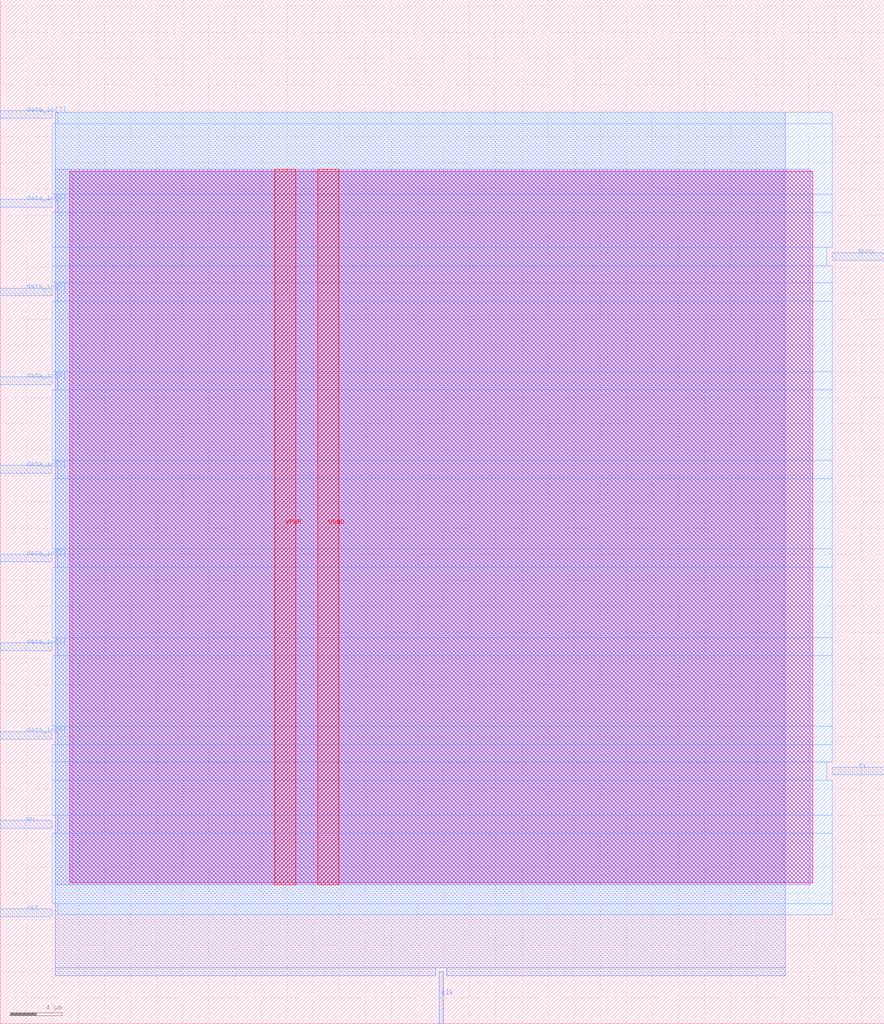
<source format=lef>
VERSION 5.7 ;
  NOWIREEXTENSIONATPIN ON ;
  DIVIDERCHAR "/" ;
  BUSBITCHARS "[]" ;
MACRO top
  CLASS BLOCK ;
  FOREIGN top ;
  ORIGIN 0.000 0.000 ;
  SIZE 67.770 BY 78.490 ;
  PIN VGND
    DIRECTION INOUT ;
    USE GROUND ;
    PORT
      LAYER met4 ;
        RECT 24.340 10.640 25.940 65.520 ;
    END
  END VGND
  PIN VPWR
    DIRECTION INOUT ;
    USE POWER ;
    PORT
      LAYER met4 ;
        RECT 21.040 10.640 22.640 65.520 ;
    END
  END VPWR
  PIN busy
    DIRECTION OUTPUT ;
    USE SIGNAL ;
    ANTENNADIFFAREA 0.445500 ;
    PORT
      LAYER met3 ;
        RECT 63.770 58.520 67.770 59.120 ;
    END
  END busy
  PIN clk
    DIRECTION INPUT ;
    USE SIGNAL ;
    ANTENNAGATEAREA 0.852000 ;
    PORT
      LAYER met2 ;
        RECT 33.670 0.000 33.950 4.000 ;
    END
  END clk
  PIN data_in[0]
    DIRECTION INPUT ;
    USE SIGNAL ;
    ANTENNAGATEAREA 0.196500 ;
    PORT
      LAYER met3 ;
        RECT 0.000 21.800 4.000 22.400 ;
    END
  END data_in[0]
  PIN data_in[1]
    DIRECTION INPUT ;
    USE SIGNAL ;
    ANTENNAGATEAREA 0.196500 ;
    PORT
      LAYER met3 ;
        RECT 0.000 28.600 4.000 29.200 ;
    END
  END data_in[1]
  PIN data_in[2]
    DIRECTION INPUT ;
    USE SIGNAL ;
    ANTENNAGATEAREA 0.196500 ;
    PORT
      LAYER met3 ;
        RECT 0.000 35.400 4.000 36.000 ;
    END
  END data_in[2]
  PIN data_in[3]
    DIRECTION INPUT ;
    USE SIGNAL ;
    ANTENNAGATEAREA 0.196500 ;
    PORT
      LAYER met3 ;
        RECT 0.000 42.200 4.000 42.800 ;
    END
  END data_in[3]
  PIN data_in[4]
    DIRECTION INPUT ;
    USE SIGNAL ;
    ANTENNAGATEAREA 0.196500 ;
    PORT
      LAYER met3 ;
        RECT 0.000 49.000 4.000 49.600 ;
    END
  END data_in[4]
  PIN data_in[5]
    DIRECTION INPUT ;
    USE SIGNAL ;
    ANTENNAGATEAREA 0.196500 ;
    PORT
      LAYER met3 ;
        RECT 0.000 55.800 4.000 56.400 ;
    END
  END data_in[5]
  PIN data_in[6]
    DIRECTION INPUT ;
    USE SIGNAL ;
    ANTENNAGATEAREA 0.196500 ;
    PORT
      LAYER met3 ;
        RECT 0.000 62.600 4.000 63.200 ;
    END
  END data_in[6]
  PIN data_in[7]
    DIRECTION INPUT ;
    USE SIGNAL ;
    ANTENNAGATEAREA 0.196500 ;
    PORT
      LAYER met3 ;
        RECT 0.000 69.400 4.000 70.000 ;
    END
  END data_in[7]
  PIN en
    DIRECTION INPUT ;
    USE SIGNAL ;
    ANTENNAGATEAREA 0.213000 ;
    PORT
      LAYER met3 ;
        RECT 0.000 15.000 4.000 15.600 ;
    END
  END en
  PIN rst
    DIRECTION INPUT ;
    USE SIGNAL ;
    ANTENNAGATEAREA 0.196500 ;
    PORT
      LAYER met3 ;
        RECT 0.000 8.200 4.000 8.800 ;
    END
  END rst
  PIN tx
    DIRECTION OUTPUT ;
    USE SIGNAL ;
    ANTENNADIFFAREA 0.445500 ;
    PORT
      LAYER met3 ;
        RECT 63.770 19.080 67.770 19.680 ;
    END
  END tx
  OBS
      LAYER nwell ;
        RECT 5.330 10.795 62.290 65.365 ;
      LAYER li1 ;
        RECT 5.520 10.795 62.100 65.365 ;
      LAYER met1 ;
        RECT 4.210 10.640 62.100 65.520 ;
      LAYER met2 ;
        RECT 4.230 4.280 60.170 69.885 ;
        RECT 4.230 3.670 33.390 4.280 ;
        RECT 34.230 3.670 60.170 4.280 ;
      LAYER met3 ;
        RECT 4.400 69.000 63.770 69.865 ;
        RECT 3.990 63.600 63.770 69.000 ;
        RECT 4.400 62.200 63.770 63.600 ;
        RECT 3.990 59.520 63.770 62.200 ;
        RECT 3.990 58.120 63.370 59.520 ;
        RECT 3.990 56.800 63.770 58.120 ;
        RECT 4.400 55.400 63.770 56.800 ;
        RECT 3.990 50.000 63.770 55.400 ;
        RECT 4.400 48.600 63.770 50.000 ;
        RECT 3.990 43.200 63.770 48.600 ;
        RECT 4.400 41.800 63.770 43.200 ;
        RECT 3.990 36.400 63.770 41.800 ;
        RECT 4.400 35.000 63.770 36.400 ;
        RECT 3.990 29.600 63.770 35.000 ;
        RECT 4.400 28.200 63.770 29.600 ;
        RECT 3.990 22.800 63.770 28.200 ;
        RECT 4.400 21.400 63.770 22.800 ;
        RECT 3.990 20.080 63.770 21.400 ;
        RECT 3.990 18.680 63.370 20.080 ;
        RECT 3.990 16.000 63.770 18.680 ;
        RECT 4.400 14.600 63.770 16.000 ;
        RECT 3.990 9.200 63.770 14.600 ;
        RECT 4.400 8.350 63.770 9.200 ;
  END
END top
END LIBRARY


</source>
